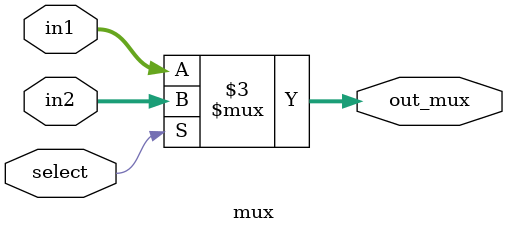
<source format=v>
module mux
  #(parameter width=4)
  (input   wire                    select,
   input   wire    [width-1:0]     in1,
   input   wire    [width-1:0]     in2,
   output  reg     [width-1:0]     out_mux
  );
  
always@(*)
begin
  if(select)
    out_mux=in2;
  else
    out_mux=in1;
end
  
endmodule


</source>
